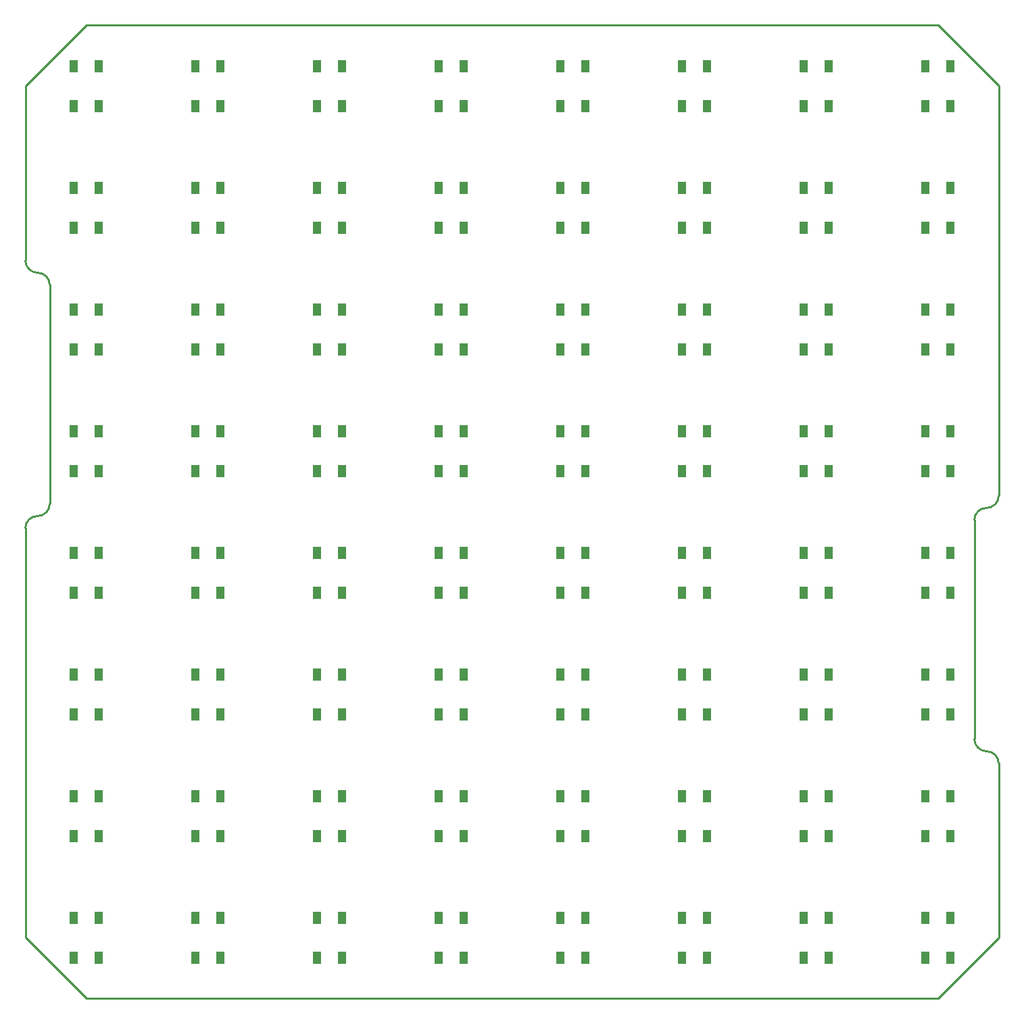
<source format=gtp>
G04 #@! TF.FileFunction,Paste,Top*
%FSLAX46Y46*%
G04 Gerber Fmt 4.6, Leading zero omitted, Abs format (unit mm)*
G04 Created by KiCad (PCBNEW 0.201503311001+5559~22~ubuntu14.10.1-product) date Sunday 05 April 2015 05:24:30 PM IST*
%MOMM*%
G01*
G04 APERTURE LIST*
%ADD10C,0.152400*%
%ADD11C,0.254000*%
%ADD12R,1.016000X1.524000*%
G04 APERTURE END LIST*
D10*
D11*
X147320000Y-33020000D02*
X139700000Y-25400000D01*
X147320000Y-139700000D02*
X139700000Y-147320000D01*
X25400000Y-139700000D02*
X33020000Y-147320000D01*
X33020000Y-25400000D02*
X25400000Y-33020000D01*
X147320000Y-117856000D02*
G75*
G03X145796000Y-116332000I-1524000J0D01*
G01*
X144272000Y-114808000D02*
G75*
G03X145796000Y-116332000I1524000J0D01*
G01*
X145796000Y-85852000D02*
G75*
G03X144272000Y-87376000I0J-1524000D01*
G01*
X145796000Y-85852000D02*
G75*
G03X147320000Y-84328000I0J1524000D01*
G01*
X25400000Y-54864000D02*
G75*
G03X26924000Y-56388000I1524000J0D01*
G01*
X28448000Y-57912000D02*
G75*
G03X26924000Y-56388000I-1524000J0D01*
G01*
X26924000Y-86868000D02*
G75*
G03X25400000Y-88392000I0J-1524000D01*
G01*
X26924000Y-86868000D02*
G75*
G03X28448000Y-85344000I0J1524000D01*
G01*
X147320000Y-84328000D02*
X147320000Y-33020000D01*
X147320000Y-117856000D02*
X147320000Y-139700000D01*
X25400000Y-88392000D02*
X25400000Y-139700000D01*
X25400000Y-54864000D02*
X25400000Y-33020000D01*
X144272000Y-101092000D02*
X144272000Y-114808000D01*
X144272000Y-101092000D02*
X144272000Y-87376000D01*
X28448000Y-71628000D02*
X28448000Y-85344000D01*
X28448000Y-71628000D02*
X28448000Y-57912000D01*
X139700000Y-147320000D02*
X33020000Y-147320000D01*
X33020000Y-25400000D02*
X139700000Y-25400000D01*
D12*
X34607500Y-137223500D03*
X31432500Y-137223500D03*
X31432500Y-142176500D03*
X34607500Y-142176500D03*
X141287500Y-30543500D03*
X138112500Y-30543500D03*
X138112500Y-35496500D03*
X141287500Y-35496500D03*
X49847500Y-137223500D03*
X46672500Y-137223500D03*
X46672500Y-142176500D03*
X49847500Y-142176500D03*
X65087500Y-137223500D03*
X61912500Y-137223500D03*
X61912500Y-142176500D03*
X65087500Y-142176500D03*
X80327500Y-137223500D03*
X77152500Y-137223500D03*
X77152500Y-142176500D03*
X80327500Y-142176500D03*
X95567500Y-137223500D03*
X92392500Y-137223500D03*
X92392500Y-142176500D03*
X95567500Y-142176500D03*
X110807500Y-137223500D03*
X107632500Y-137223500D03*
X107632500Y-142176500D03*
X110807500Y-142176500D03*
X126047500Y-137223500D03*
X122872500Y-137223500D03*
X122872500Y-142176500D03*
X126047500Y-142176500D03*
X141287500Y-137223500D03*
X138112500Y-137223500D03*
X138112500Y-142176500D03*
X141287500Y-142176500D03*
X34607500Y-121983500D03*
X31432500Y-121983500D03*
X31432500Y-126936500D03*
X34607500Y-126936500D03*
X49847500Y-121983500D03*
X46672500Y-121983500D03*
X46672500Y-126936500D03*
X49847500Y-126936500D03*
X65087500Y-121983500D03*
X61912500Y-121983500D03*
X61912500Y-126936500D03*
X65087500Y-126936500D03*
X80327500Y-121983500D03*
X77152500Y-121983500D03*
X77152500Y-126936500D03*
X80327500Y-126936500D03*
X95567500Y-121983500D03*
X92392500Y-121983500D03*
X92392500Y-126936500D03*
X95567500Y-126936500D03*
X110807500Y-121983500D03*
X107632500Y-121983500D03*
X107632500Y-126936500D03*
X110807500Y-126936500D03*
X126047500Y-121983500D03*
X122872500Y-121983500D03*
X122872500Y-126936500D03*
X126047500Y-126936500D03*
X141287500Y-121983500D03*
X138112500Y-121983500D03*
X138112500Y-126936500D03*
X141287500Y-126936500D03*
X34607500Y-106743500D03*
X31432500Y-106743500D03*
X31432500Y-111696500D03*
X34607500Y-111696500D03*
X49847500Y-106743500D03*
X46672500Y-106743500D03*
X46672500Y-111696500D03*
X49847500Y-111696500D03*
X65087500Y-106743500D03*
X61912500Y-106743500D03*
X61912500Y-111696500D03*
X65087500Y-111696500D03*
X80327500Y-106743500D03*
X77152500Y-106743500D03*
X77152500Y-111696500D03*
X80327500Y-111696500D03*
X95567500Y-106743500D03*
X92392500Y-106743500D03*
X92392500Y-111696500D03*
X95567500Y-111696500D03*
X110807500Y-106743500D03*
X107632500Y-106743500D03*
X107632500Y-111696500D03*
X110807500Y-111696500D03*
X126047500Y-106743500D03*
X122872500Y-106743500D03*
X122872500Y-111696500D03*
X126047500Y-111696500D03*
X141287500Y-106743500D03*
X138112500Y-106743500D03*
X138112500Y-111696500D03*
X141287500Y-111696500D03*
X34607500Y-91503500D03*
X31432500Y-91503500D03*
X31432500Y-96456500D03*
X34607500Y-96456500D03*
X49847500Y-91503500D03*
X46672500Y-91503500D03*
X46672500Y-96456500D03*
X49847500Y-96456500D03*
X65087500Y-91503500D03*
X61912500Y-91503500D03*
X61912500Y-96456500D03*
X65087500Y-96456500D03*
X80327500Y-91503500D03*
X77152500Y-91503500D03*
X77152500Y-96456500D03*
X80327500Y-96456500D03*
X95567500Y-91503500D03*
X92392500Y-91503500D03*
X92392500Y-96456500D03*
X95567500Y-96456500D03*
X110807500Y-91503500D03*
X107632500Y-91503500D03*
X107632500Y-96456500D03*
X110807500Y-96456500D03*
X126047500Y-91503500D03*
X122872500Y-91503500D03*
X122872500Y-96456500D03*
X126047500Y-96456500D03*
X141287500Y-91503500D03*
X138112500Y-91503500D03*
X138112500Y-96456500D03*
X141287500Y-96456500D03*
X34607500Y-76263500D03*
X31432500Y-76263500D03*
X31432500Y-81216500D03*
X34607500Y-81216500D03*
X49847500Y-76263500D03*
X46672500Y-76263500D03*
X46672500Y-81216500D03*
X49847500Y-81216500D03*
X65087500Y-76263500D03*
X61912500Y-76263500D03*
X61912500Y-81216500D03*
X65087500Y-81216500D03*
X80327500Y-76263500D03*
X77152500Y-76263500D03*
X77152500Y-81216500D03*
X80327500Y-81216500D03*
X95567500Y-76263500D03*
X92392500Y-76263500D03*
X92392500Y-81216500D03*
X95567500Y-81216500D03*
X110807500Y-76263500D03*
X107632500Y-76263500D03*
X107632500Y-81216500D03*
X110807500Y-81216500D03*
X126047500Y-76263500D03*
X122872500Y-76263500D03*
X122872500Y-81216500D03*
X126047500Y-81216500D03*
X141287500Y-76263500D03*
X138112500Y-76263500D03*
X138112500Y-81216500D03*
X141287500Y-81216500D03*
X34607500Y-61023500D03*
X31432500Y-61023500D03*
X31432500Y-65976500D03*
X34607500Y-65976500D03*
X49847500Y-61023500D03*
X46672500Y-61023500D03*
X46672500Y-65976500D03*
X49847500Y-65976500D03*
X65087500Y-61023500D03*
X61912500Y-61023500D03*
X61912500Y-65976500D03*
X65087500Y-65976500D03*
X80327500Y-61023500D03*
X77152500Y-61023500D03*
X77152500Y-65976500D03*
X80327500Y-65976500D03*
X95567500Y-61023500D03*
X92392500Y-61023500D03*
X92392500Y-65976500D03*
X95567500Y-65976500D03*
X110807500Y-61023500D03*
X107632500Y-61023500D03*
X107632500Y-65976500D03*
X110807500Y-65976500D03*
X126047500Y-61023500D03*
X122872500Y-61023500D03*
X122872500Y-65976500D03*
X126047500Y-65976500D03*
X141287500Y-61023500D03*
X138112500Y-61023500D03*
X138112500Y-65976500D03*
X141287500Y-65976500D03*
X34607500Y-45783500D03*
X31432500Y-45783500D03*
X31432500Y-50736500D03*
X34607500Y-50736500D03*
X49847500Y-45783500D03*
X46672500Y-45783500D03*
X46672500Y-50736500D03*
X49847500Y-50736500D03*
X65087500Y-45783500D03*
X61912500Y-45783500D03*
X61912500Y-50736500D03*
X65087500Y-50736500D03*
X80327500Y-45783500D03*
X77152500Y-45783500D03*
X77152500Y-50736500D03*
X80327500Y-50736500D03*
X95567500Y-45783500D03*
X92392500Y-45783500D03*
X92392500Y-50736500D03*
X95567500Y-50736500D03*
X110807500Y-45783500D03*
X107632500Y-45783500D03*
X107632500Y-50736500D03*
X110807500Y-50736500D03*
X126047500Y-45783500D03*
X122872500Y-45783500D03*
X122872500Y-50736500D03*
X126047500Y-50736500D03*
X141287500Y-45783500D03*
X138112500Y-45783500D03*
X138112500Y-50736500D03*
X141287500Y-50736500D03*
X34607500Y-30543500D03*
X31432500Y-30543500D03*
X31432500Y-35496500D03*
X34607500Y-35496500D03*
X49847500Y-30543500D03*
X46672500Y-30543500D03*
X46672500Y-35496500D03*
X49847500Y-35496500D03*
X65087500Y-30543500D03*
X61912500Y-30543500D03*
X61912500Y-35496500D03*
X65087500Y-35496500D03*
X80327500Y-30543500D03*
X77152500Y-30543500D03*
X77152500Y-35496500D03*
X80327500Y-35496500D03*
X95567500Y-30543500D03*
X92392500Y-30543500D03*
X92392500Y-35496500D03*
X95567500Y-35496500D03*
X110807500Y-30543500D03*
X107632500Y-30543500D03*
X107632500Y-35496500D03*
X110807500Y-35496500D03*
X126047500Y-30543500D03*
X122872500Y-30543500D03*
X122872500Y-35496500D03*
X126047500Y-35496500D03*
M02*

</source>
